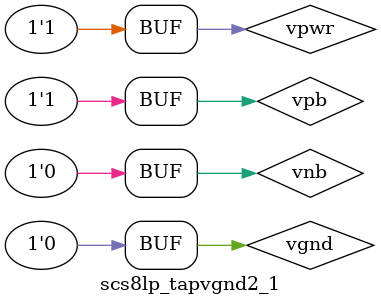
<source format=v>
`celldefine
`timescale 1ns / 1ps

module scs8lp_tapvgnd2_1  (

`ifdef SC_USE_PG_PIN
input vpwr,
input vgnd,
input vpb,
input vnb
`endif

);

`ifdef functional
`else
`ifdef SC_USE_PG_PIN
`else
supply1 vpwr;
supply0 vgnd;
supply1 vpb;
supply0 vnb;
`endif
`endif

endmodule
`endcelldefine

</source>
